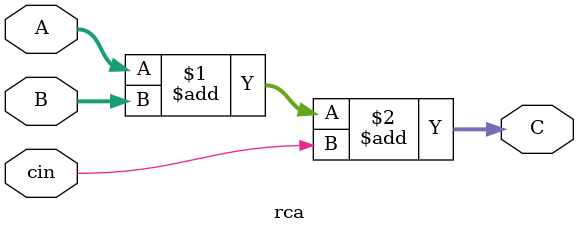
<source format=v>
`timescale 1ns / 1ps

/*******************************************************************
*
* Module: adder.v
* Project: RV32
* Author: Farah Kabesh , Karim el Genidy , Omar fayed
* Description: nbit adder
*

**********************************************************************/
//////////////////////////////////////////////////////////////////////////////////


module rca #(parameter n = 8) (
input [n-1:0] A,
input [n-1:0] B,
input cin,
output [n-1:0] C
);

assign C =  A + B + cin;

endmodule

</source>
